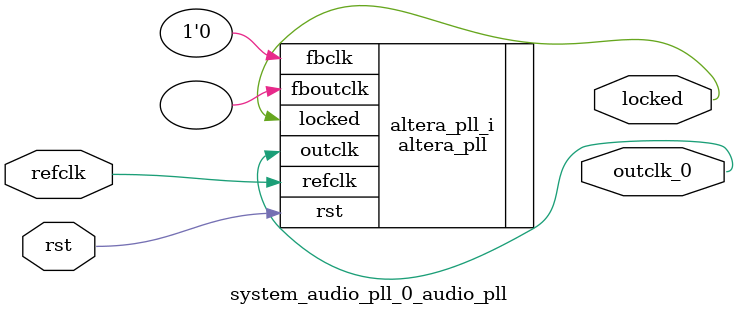
<source format=v>
`timescale 1ns/10ps
module  system_audio_pll_0_audio_pll(

	// interface 'refclk'
	input wire refclk,

	// interface 'reset'
	input wire rst,

	// interface 'outclk0'
	output wire outclk_0,

	// interface 'locked'
	output wire locked
);

	altera_pll #(
		.fractional_vco_multiplier("false"),
		.reference_clock_frequency("100.0 MHz"),
		.operation_mode("direct"),
		.number_of_clocks(1),
		.output_clock_frequency0("12.288135 MHz"),
		.phase_shift0("0 ps"),
		.duty_cycle0(50),
		.output_clock_frequency1("0 MHz"),
		.phase_shift1("0 ps"),
		.duty_cycle1(50),
		.output_clock_frequency2("0 MHz"),
		.phase_shift2("0 ps"),
		.duty_cycle2(50),
		.output_clock_frequency3("0 MHz"),
		.phase_shift3("0 ps"),
		.duty_cycle3(50),
		.output_clock_frequency4("0 MHz"),
		.phase_shift4("0 ps"),
		.duty_cycle4(50),
		.output_clock_frequency5("0 MHz"),
		.phase_shift5("0 ps"),
		.duty_cycle5(50),
		.output_clock_frequency6("0 MHz"),
		.phase_shift6("0 ps"),
		.duty_cycle6(50),
		.output_clock_frequency7("0 MHz"),
		.phase_shift7("0 ps"),
		.duty_cycle7(50),
		.output_clock_frequency8("0 MHz"),
		.phase_shift8("0 ps"),
		.duty_cycle8(50),
		.output_clock_frequency9("0 MHz"),
		.phase_shift9("0 ps"),
		.duty_cycle9(50),
		.output_clock_frequency10("0 MHz"),
		.phase_shift10("0 ps"),
		.duty_cycle10(50),
		.output_clock_frequency11("0 MHz"),
		.phase_shift11("0 ps"),
		.duty_cycle11(50),
		.output_clock_frequency12("0 MHz"),
		.phase_shift12("0 ps"),
		.duty_cycle12(50),
		.output_clock_frequency13("0 MHz"),
		.phase_shift13("0 ps"),
		.duty_cycle13(50),
		.output_clock_frequency14("0 MHz"),
		.phase_shift14("0 ps"),
		.duty_cycle14(50),
		.output_clock_frequency15("0 MHz"),
		.phase_shift15("0 ps"),
		.duty_cycle15(50),
		.output_clock_frequency16("0 MHz"),
		.phase_shift16("0 ps"),
		.duty_cycle16(50),
		.output_clock_frequency17("0 MHz"),
		.phase_shift17("0 ps"),
		.duty_cycle17(50),
		.pll_type("General"),
		.pll_subtype("General")
	) altera_pll_i (
		.rst	(rst),
		.outclk	({outclk_0}),
		.locked	(locked),
		.fboutclk	( ),
		.fbclk	(1'b0),
		.refclk	(refclk)
	);
endmodule


</source>
